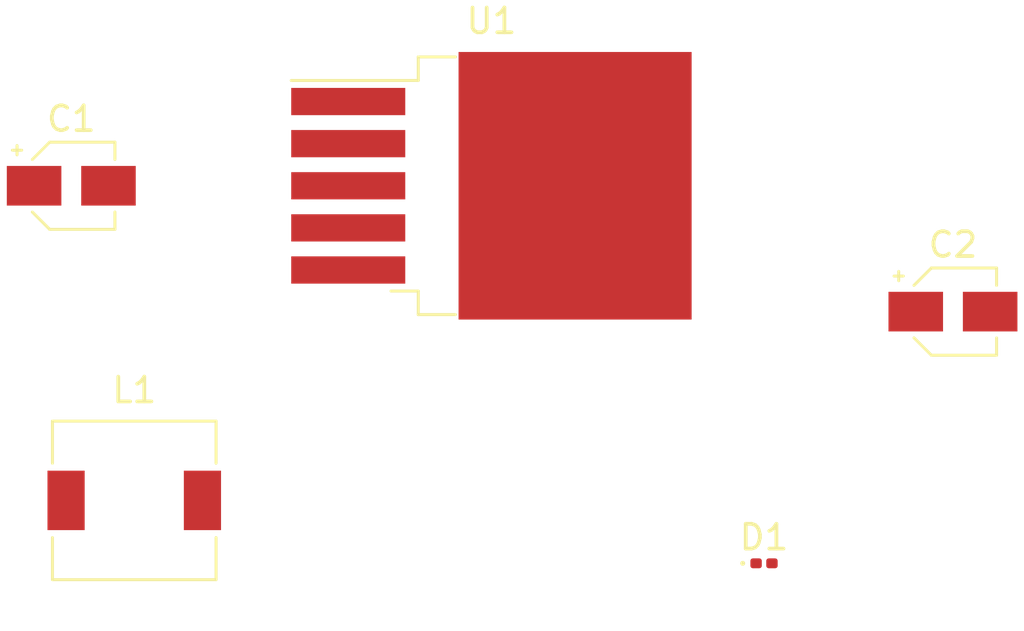
<source format=kicad_pcb>
(kicad_pcb (version 20211014) (generator pcbnew)
  (layers (0 "F.Cu" signal) (31 "B.Cu" signal) (34 "B.Paste" user) (35 "F.Paste" user) (36 "B.SilkS" user "B.Silkscreen") (37 "F.SilkS" user "F.Silkscreen") (38 "B.Mask" user) (39 "F.Mask" user) (44 "Edge.Cuts" user))
  (net 0 "")
  (net 1 "GND")
  (net 2 "Net-(C1-Pad2)")
  (net 3 "5v")
  (net 4 "Net-(D1-Pad1)")
  (footprint "Inductor_SMD:L_6.3x6.3_H3" (layer "F.Cu") (at 142.24 53.34)
    (fp_text reference "L1" (at 0 -4.45) (layer "F.SilkS"))
    (fp_text value "33uH")
    (fp_line (start -3.3 3.2) (end -3.3 1.5) (layer "F.SilkS") (width 0.12))
    (fp_line (start -3.3 -1.5) (end -3.3 -3.2) (layer "F.SilkS") (width 0.12))
    (fp_line (start 3.3 1.5) (end 3.3 3.2) (layer "F.SilkS") (width 0.12))
    (fp_line (start -3.3 -3.2) (end 3.3 -3.2) (layer "F.SilkS") (width 0.12))
    (fp_line (start 3.3 3.2) (end -3.3 3.2) (layer "F.SilkS") (width 0.12))
    (fp_line (start 3.3 -3.2) (end 3.3 -1.5) (layer "F.SilkS") (width 0.12))
    (pad "1" smd rect (at -2.75 0) (size 1.5 2.4) (layers "F.Cu" "F.Paste" "F.Mask") (net 4 "Net-(D1-Pad1)"))
    (pad "2" smd rect (at 2.75 0) (size 1.5 2.4) (layers "F.Cu" "F.Paste" "F.Mask") (net 3 "5v"))
  )
  (footprint "Package_TO_SOT_SMD:TO-263-5_TabPin3" (layer "F.Cu") (at 156.645 40.64)
    (fp_text reference "U1" (at 0 -6.65) (layer "F.SilkS"))
    (fp_text value "LM2596S-5")
    (fp_line (start -1.45 5.2) (end -2.95 5.2) (layer "F.SilkS") (width 0.12))
    (fp_line (start -2.95 -5.2) (end -2.95 -4.25) (layer "F.SilkS") (width 0.12))
    (fp_line (start -2.95 -4.25) (end -8.075 -4.25) (layer "F.SilkS") (width 0.12))
    (fp_line (start -1.45 -5.2) (end -2.95 -5.2) (layer "F.SilkS") (width 0.12))
    (fp_line (start -2.95 5.2) (end -2.95 4.25) (layer "F.SilkS") (width 0.12))
    (fp_line (start -2.95 4.25) (end -4.05 4.25) (layer "F.SilkS") (width 0.12))
    (pad "1" smd rect (at -5.775 -3.4) (size 4.6 1.1) (layers "F.Cu" "F.Paste" "F.Mask") (net 2 "Net-(C1-Pad2)"))
    (pad "2" smd rect (at -5.775 -1.7) (size 4.6 1.1) (layers "F.Cu" "F.Paste" "F.Mask") (net 4 "Net-(D1-Pad1)"))
    (pad "3" smd rect (at 3.375 0) (size 9.4 10.8) (layers "F.Cu" "F.Mask") (net 1 "GND"))
    (pad "3" smd rect (at -5.775 0) (size 4.6 1.1) (layers "F.Cu" "F.Paste" "F.Mask") (net 1 "GND"))
    (pad "4" smd rect (at -5.775 1.7) (size 4.6 1.1) (layers "F.Cu" "F.Paste" "F.Mask") (net 3 "5v"))
    (pad "5" smd rect (at -5.775 3.4) (size 4.6 1.1) (layers "F.Cu" "F.Paste" "F.Mask") (net 1 "GND"))
  )
  (footprint "Capacitor_SMD:CP_Elec_3x5.3" (layer "F.Cu") (at 175.26 45.72)
    (fp_text reference "C2" (at 0 -2.7) (layer "F.SilkS"))
    (fp_text value "220uF")
    (fp_line (start -2.375 -1.435) (end -2 -1.435) (layer "F.SilkS") (width 0.12))
    (fp_line (start -0.870563 1.76) (end 1.76 1.76) (layer "F.SilkS") (width 0.12))
    (fp_line (start -1.570563 1.06) (end -0.870563 1.76) (layer "F.SilkS") (width 0.12))
    (fp_line (start 1.76 -1.76) (end 1.76 -1.06) (layer "F.SilkS") (width 0.12))
    (fp_line (start -2.1875 -1.6225) (end -2.1875 -1.2475) (layer "F.SilkS") (width 0.12))
    (fp_line (start 1.76 1.76) (end 1.76 1.06) (layer "F.SilkS") (width 0.12))
    (fp_line (start -1.570563 -1.06) (end -0.870563 -1.76) (layer "F.SilkS") (width 0.12))
    (fp_line (start -0.870563 -1.76) (end 1.76 -1.76) (layer "F.SilkS") (width 0.12))
    (pad "1" smd rect (at -1.5 0) (size 2.2 1.6) (layers "F.Cu" "F.Paste" "F.Mask") (net 3 "5v"))
    (pad "2" smd rect (at 1.5 0) (size 2.2 1.6) (layers "F.Cu" "F.Paste" "F.Mask") (net 1 "GND"))
  )
  (footprint "Capacitor_SMD:CP_Elec_3x5.3" (layer "F.Cu") (at 139.7 40.64)
    (fp_text reference "C1" (at 0 -2.7) (layer "F.SilkS"))
    (fp_text value "680uF")
    (fp_line (start -1.570563 1.06) (end -0.870563 1.76) (layer "F.SilkS") (width 0.12))
    (fp_line (start 1.76 1.76) (end 1.76 1.06) (layer "F.SilkS") (width 0.12))
    (fp_line (start 1.76 -1.76) (end 1.76 -1.06) (layer "F.SilkS") (width 0.12))
    (fp_line (start -0.870563 1.76) (end 1.76 1.76) (layer "F.SilkS") (width 0.12))
    (fp_line (start -1.570563 -1.06) (end -0.870563 -1.76) (layer "F.SilkS") (width 0.12))
    (fp_line (start -2.375 -1.435) (end -2 -1.435) (layer "F.SilkS") (width 0.12))
    (fp_line (start -0.870563 -1.76) (end 1.76 -1.76) (layer "F.SilkS") (width 0.12))
    (fp_line (start -2.1875 -1.6225) (end -2.1875 -1.2475) (layer "F.SilkS") (width 0.12))
    (pad "1" smd rect (at -1.5 0) (size 2.2 1.6) (layers "F.Cu" "F.Paste" "F.Mask") (net 1 "GND"))
    (pad "2" smd rect (at 1.5 0) (size 2.2 1.6) (layers "F.Cu" "F.Paste" "F.Mask") (net 2 "Net-(C1-Pad2)"))
  )
  (footprint "Diode_SMD:D_0201_0603Metric" (layer "F.Cu") (at 167.64 55.88)
    (fp_text reference "D1" (at 0 -1.05) (layer "F.SilkS"))
    (fp_text value "D_Zener")
    (fp_circle (center -0.86 0) (end -0.81 0) (layer "F.SilkS") (width 0.1) (fill none))
    (pad "1" smd roundrect (at -0.32 0) (size 0.46 0.4) (layers "F.Cu" "F.Mask") (net 4 "Net-(D1-Pad1)"))
    (pad "2" smd roundrect (at 0.32 0) (size 0.46 0.4) (layers "F.Cu" "F.Mask") (net 1 "GND"))
  )
)
</source>
